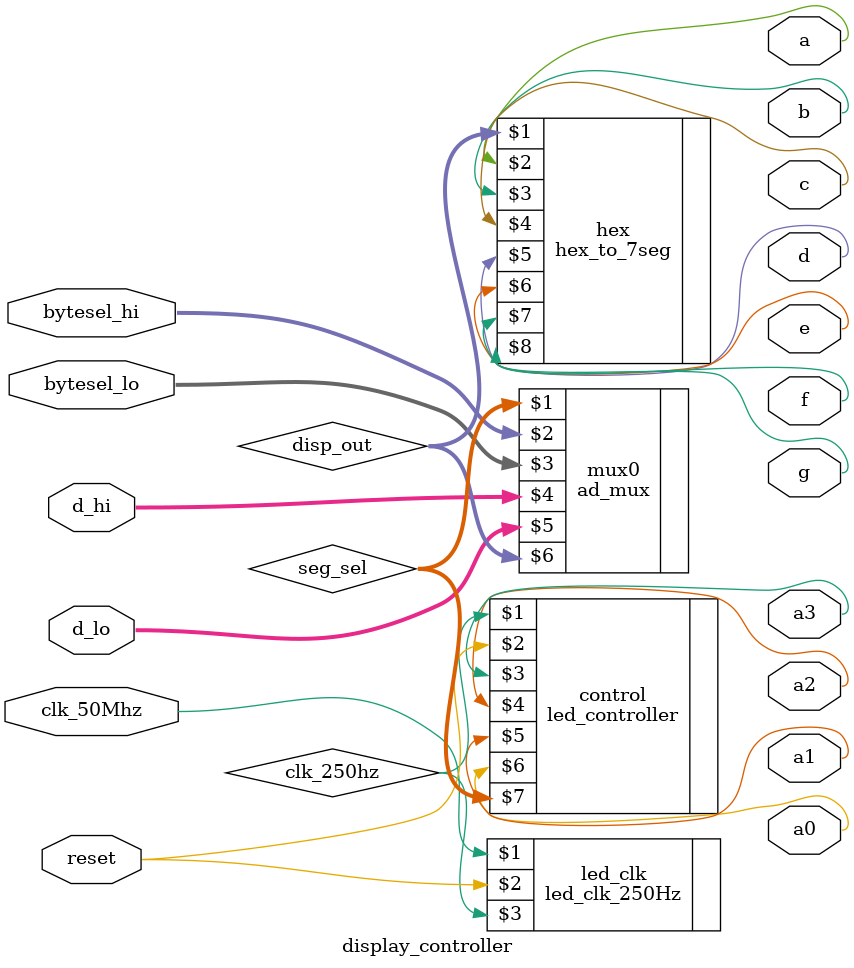
<source format=v>
`timescale 1ns / 1ps
/********************************************************************************
 *   Display Controller used to control the output of the 7segment display of 
     the nexys 2 board. This module instantiates 4 modules: 
     led_clk_250Hz: Slows down the frequency of the processor clk from 50Mhz to 
                    250hz.  
                    
     led_controller: Selects which of the 4 anodes to update on the display. 
                     and uses a 2 bit value to identify which of the 4 anodes 
                     are currently active 
     
     ad_mux:         Assigns the active anode its 4 bit hex value. 
     
     hex_to_7seg:    Decodes a 4bit value into a 7 bit translated value used to 
                     interface with the segment display. P
*********************************************************************************/
module display_controller( clk_50Mhz, reset, bytesel_hi, bytesel_lo, d_hi, d_lo, 
									a3, a2, a1, a0, a, b, c, d, e, f, g);
									
									
    input             clk_50Mhz, reset;
    input        [3:0] bytesel_hi, bytesel_lo;
    input        [3:0] d_hi, d_lo;
    output wire        a3, a2, a1, a0, a, b, c, d, e, f, g;

    wire [1:0]  seg_sel;
    wire        clk_250hz;
    wire  [3:0] disp_out;

   //**********************s***********************************
   // Module for led_clk_250Hz
   //*********************************************************     
                            //       clk, reset, clk_out
    led_clk_250Hz     led_clk( clk_50Mhz, reset, clk_250hz );


   //*********************************************************
   // Module for led_controller
   //*********************************************************     
                            // clk,  reset, a3, a2, a1, a0, seg_sel
    led_controller    control( clk_250hz, reset, a3, a2, a1, a0, seg_sel );

   //*********************************************************
   // Module for ad_mux
   //*********************************************************     
                         // seg_sel, bytesel_hi, bytesel_lo, d_hi, d_lo, disp_out
    ad_mux            mux0( seg_sel, bytesel_hi, bytesel_lo, d_hi, d_lo, disp_out );
	 
   //*********************************************************
   // Module for hex_to_7seg
   //*********************************************************
								// hex,    a, b, c, d, e, f, g
	 hex_to_7seg       hex( disp_out, a, b, c, d, e, f, g );
    
endmodule

</source>
